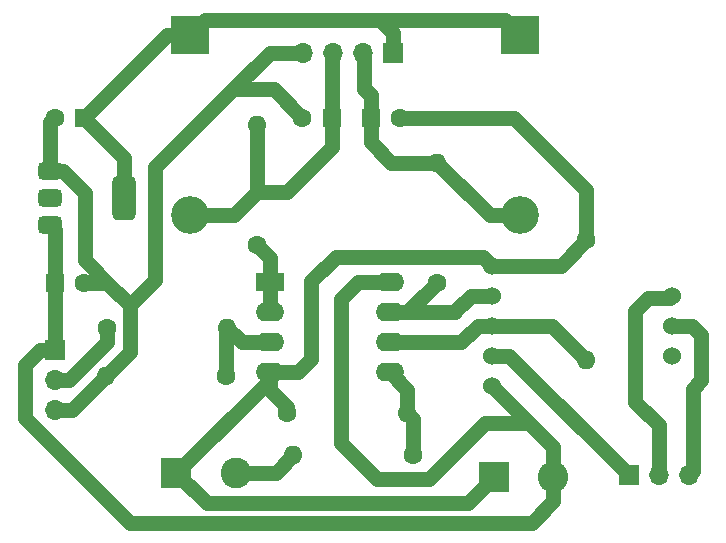
<source format=gbr>
%TF.GenerationSoftware,KiCad,Pcbnew,8.0.1*%
%TF.CreationDate,2024-09-12T19:59:52-03:00*%
%TF.ProjectId,monitor_solar_v2,6d6f6e69-746f-4725-9f73-6f6c61725f76,rev?*%
%TF.SameCoordinates,PX602d950PY4d2bdc0*%
%TF.FileFunction,Copper,L1,Top*%
%TF.FilePolarity,Positive*%
%FSLAX46Y46*%
G04 Gerber Fmt 4.6, Leading zero omitted, Abs format (unit mm)*
G04 Created by KiCad (PCBNEW 8.0.1) date 2024-09-12 19:59:52*
%MOMM*%
%LPD*%
G01*
G04 APERTURE LIST*
G04 Aperture macros list*
%AMRoundRect*
0 Rectangle with rounded corners*
0 $1 Rounding radius*
0 $2 $3 $4 $5 $6 $7 $8 $9 X,Y pos of 4 corners*
0 Add a 4 corners polygon primitive as box body*
4,1,4,$2,$3,$4,$5,$6,$7,$8,$9,$2,$3,0*
0 Add four circle primitives for the rounded corners*
1,1,$1+$1,$2,$3*
1,1,$1+$1,$4,$5*
1,1,$1+$1,$6,$7*
1,1,$1+$1,$8,$9*
0 Add four rect primitives between the rounded corners*
20,1,$1+$1,$2,$3,$4,$5,0*
20,1,$1+$1,$4,$5,$6,$7,0*
20,1,$1+$1,$6,$7,$8,$9,0*
20,1,$1+$1,$8,$9,$2,$3,0*%
G04 Aperture macros list end*
%TA.AperFunction,ComponentPad*%
%ADD10R,2.600000X2.600000*%
%TD*%
%TA.AperFunction,ComponentPad*%
%ADD11C,2.600000*%
%TD*%
%TA.AperFunction,ComponentPad*%
%ADD12C,1.600000*%
%TD*%
%TA.AperFunction,ComponentPad*%
%ADD13O,1.600000X1.600000*%
%TD*%
%TA.AperFunction,ComponentPad*%
%ADD14R,1.600000X1.600000*%
%TD*%
%TA.AperFunction,ComponentPad*%
%ADD15R,1.700000X1.700000*%
%TD*%
%TA.AperFunction,ComponentPad*%
%ADD16O,1.700000X1.700000*%
%TD*%
%TA.AperFunction,ComponentPad*%
%ADD17C,1.524000*%
%TD*%
%TA.AperFunction,ComponentPad*%
%ADD18R,3.200000X3.200000*%
%TD*%
%TA.AperFunction,ComponentPad*%
%ADD19O,3.200000X3.200000*%
%TD*%
%TA.AperFunction,SMDPad,CuDef*%
%ADD20RoundRect,0.375000X-0.625000X-0.375000X0.625000X-0.375000X0.625000X0.375000X-0.625000X0.375000X0*%
%TD*%
%TA.AperFunction,SMDPad,CuDef*%
%ADD21RoundRect,0.500000X-0.500000X-1.400000X0.500000X-1.400000X0.500000X1.400000X-0.500000X1.400000X0*%
%TD*%
%TA.AperFunction,ComponentPad*%
%ADD22R,2.400000X1.600000*%
%TD*%
%TA.AperFunction,ComponentPad*%
%ADD23O,2.400000X1.600000*%
%TD*%
%TA.AperFunction,Conductor*%
%ADD24C,1.270000*%
%TD*%
G04 APERTURE END LIST*
D10*
%TO.P,J3,1,Pin_1*%
%TO.N,GND*%
X41125000Y5420000D03*
D11*
%TO.P,J3,2,Pin_2*%
%TO.N,+5V*%
X46125000Y5420000D03*
%TD*%
D12*
%TO.P,R1,1*%
%TO.N,Vcurrent*%
X8370000Y18055000D03*
D13*
%TO.P,R1,2*%
%TO.N,Net-(U4A-+)*%
X18530000Y18055000D03*
%TD*%
D14*
%TO.P,C4,1*%
%TO.N,+5V*%
X3925000Y21865000D03*
D12*
%TO.P,C4,2*%
%TO.N,GND*%
X6425000Y21865000D03*
%TD*%
D15*
%TO.P,J5,1,Pin_1*%
%TO.N,POT_CS*%
X52505000Y5560000D03*
D16*
%TO.P,J5,2,Pin_2*%
%TO.N,STEP*%
X55045000Y5560000D03*
%TO.P,J5,3,Pin_3*%
%TO.N,DIR*%
X57585000Y5560000D03*
%TD*%
D12*
%TO.P,R3,1*%
%TO.N,Pot+*%
X36310000Y21865000D03*
D13*
%TO.P,R3,2*%
%TO.N,Net-(D1-A)*%
X36310000Y32025000D03*
%TD*%
D15*
%TO.P,J4,1,Pin_1*%
%TO.N,+3.3V*%
X32570000Y41320000D03*
D16*
%TO.P,J4,2,Pin_2*%
%TO.N,Net-(D1-A)*%
X30030000Y41320000D03*
%TO.P,J4,3,Pin_3*%
%TO.N,Net-(D2-A)*%
X27490000Y41320000D03*
%TO.P,J4,4,Pin_4*%
%TO.N,GND*%
X24950000Y41320000D03*
%TD*%
D14*
%TO.P,C5,1*%
%TO.N,+3.3V*%
X6400113Y35835000D03*
D12*
%TO.P,C5,2*%
%TO.N,GND*%
X3900113Y35835000D03*
%TD*%
%TO.P,R4,1*%
%TO.N,Vamp1*%
X21070000Y25040000D03*
D13*
%TO.P,R4,2*%
%TO.N,Net-(D2-A)*%
X21070000Y35200000D03*
%TD*%
D17*
%TO.P,U1,1,\u002AINC*%
%TO.N,STEP*%
X56205000Y20740000D03*
%TO.P,U1,2,U/\u002AD*%
%TO.N,DIR*%
X56205000Y18200000D03*
%TO.P,U1,3,VH/RH*%
%TO.N,unconnected-(U1-VH{slash}RH-Pad3)*%
X56205000Y15660000D03*
%TO.P,U1,4,VSS*%
%TO.N,GND*%
X40965000Y23280000D03*
%TO.P,U1,5,VW/RW*%
%TO.N,Pot+*%
X40965000Y20740000D03*
%TO.P,U1,6,VL/RL*%
%TO.N,Pot-*%
X40965000Y18200000D03*
%TO.P,U1,7,\u002ACS*%
%TO.N,POT_CS*%
X40965000Y15660000D03*
%TO.P,U1,8,VCC*%
%TO.N,+5V*%
X40965000Y13120000D03*
%TD*%
D18*
%TO.P,D2,1,K*%
%TO.N,+3.3V*%
X15355000Y42820000D03*
D19*
%TO.P,D2,2,A*%
%TO.N,Net-(D2-A)*%
X15355000Y27580000D03*
%TD*%
D18*
%TO.P,D1,1,K*%
%TO.N,+3.3V*%
X43295000Y42820000D03*
D19*
%TO.P,D1,2,A*%
%TO.N,Net-(D1-A)*%
X43295000Y27580000D03*
%TD*%
D12*
%TO.P,R11,1*%
%TO.N,Net-(U4B-+)*%
X34278000Y7260000D03*
D13*
%TO.P,R11,2*%
%TO.N,Vpanel*%
X24118000Y7260000D03*
%TD*%
D15*
%TO.P,J2,1,Pin_1*%
%TO.N,+5V*%
X3925000Y16150000D03*
D16*
%TO.P,J2,2,Pin_2*%
%TO.N,Vcurrent*%
X3925000Y13610000D03*
%TO.P,J2,3,Pin_3*%
%TO.N,GND*%
X3925000Y11070000D03*
%TD*%
D20*
%TO.P,U2,1,GND*%
%TO.N,GND*%
X3520000Y31360000D03*
%TO.P,U2,2,VO*%
%TO.N,+3.3V*%
X3520000Y29060000D03*
D21*
X9820000Y29060000D03*
D20*
%TO.P,U2,3,VI*%
%TO.N,+5V*%
X3520000Y26760000D03*
%TD*%
D12*
%TO.P,R9,1*%
%TO.N,GND*%
X48935000Y25450000D03*
D13*
%TO.P,R9,2*%
%TO.N,Pot-*%
X48935000Y15290000D03*
%TD*%
D14*
%TO.P,C1,1*%
%TO.N,Net-(D1-A)*%
X30659888Y35835000D03*
D12*
%TO.P,C1,2*%
%TO.N,GND*%
X33159888Y35835000D03*
%TD*%
D22*
%TO.P,U4,1*%
%TO.N,Vamp1*%
X22130000Y21880000D03*
D23*
%TO.P,U4,2,-*%
X22130000Y19340000D03*
%TO.P,U4,3,+*%
%TO.N,Net-(U4A-+)*%
X22130000Y16800000D03*
%TO.P,U4,4,V-*%
%TO.N,GND*%
X22130000Y14260000D03*
%TO.P,U4,5,+*%
%TO.N,Net-(U4B-+)*%
X32290000Y14260000D03*
%TO.P,U4,6,-*%
%TO.N,Pot-*%
X32290000Y16800000D03*
%TO.P,U4,7*%
%TO.N,Pot+*%
X32290000Y19340000D03*
%TO.P,U4,8,V+*%
%TO.N,+5V*%
X32290000Y21880000D03*
%TD*%
D12*
%TO.P,R2,1*%
%TO.N,Net-(U4A-+)*%
X18430000Y13980000D03*
D13*
%TO.P,R2,2*%
%TO.N,GND*%
X8270000Y13980000D03*
%TD*%
D14*
%TO.P,C2,1*%
%TO.N,Net-(D2-A)*%
X27355113Y35835000D03*
D12*
%TO.P,C2,2*%
%TO.N,GND*%
X24855113Y35835000D03*
%TD*%
%TO.P,R10,1*%
%TO.N,GND*%
X23610000Y10816000D03*
D13*
%TO.P,R10,2*%
%TO.N,Net-(U4B-+)*%
X33770000Y10816000D03*
%TD*%
D10*
%TO.P,J1,1,Pin_1*%
%TO.N,GND*%
X14225000Y5755000D03*
D11*
%TO.P,J1,2,Pin_2*%
%TO.N,Vpanel*%
X19225000Y5755000D03*
%TD*%
D24*
%TO.N,Net-(D1-A)*%
X30659888Y35835000D02*
X30659888Y33738112D01*
X32373000Y32025000D02*
X36310000Y32025000D01*
X30134000Y41216000D02*
X30134000Y38265888D01*
X30030000Y41320000D02*
X30134000Y41216000D01*
X30659888Y35835000D02*
X30659888Y37740000D01*
X30659888Y33738112D02*
X32373000Y32025000D01*
X30134000Y38265888D02*
X30659888Y37740000D01*
X40755000Y27580000D02*
X36310000Y32025000D01*
X43295000Y27580000D02*
X40755000Y27580000D01*
%TO.N,GND*%
X24514000Y14260000D02*
X25642000Y15388000D01*
X38901000Y3196000D02*
X41125000Y5420000D01*
X23610000Y11324000D02*
X23610000Y10816000D01*
X19038000Y38248000D02*
X22442113Y38248000D01*
X22110000Y41320000D02*
X19038000Y38248000D01*
X12434000Y31644000D02*
X19038000Y38248000D01*
X25642000Y21992000D02*
X27691999Y24041999D01*
X16784000Y3196000D02*
X38901000Y3196000D01*
X3520000Y31360000D02*
X3520000Y35454887D01*
X5360000Y11070000D02*
X8270000Y13980000D01*
X10275000Y19960000D02*
X12434000Y22119000D01*
X6465000Y29485000D02*
X6465000Y23770000D01*
X3520000Y35454887D02*
X3900113Y35835000D01*
X6465000Y23770000D02*
X8370000Y21865000D01*
X10275000Y19960000D02*
X8370000Y21865000D01*
X12434000Y22119000D02*
X12434000Y31644000D01*
X22130000Y12804000D02*
X23610000Y11324000D01*
X3925000Y11070000D02*
X5360000Y11070000D01*
X46765000Y23280000D02*
X40965000Y23280000D01*
X8370000Y21865000D02*
X6425000Y21865000D01*
X8270000Y13980000D02*
X10275000Y15985000D01*
X18270000Y9800000D02*
X14225000Y5755000D01*
X27691999Y24041999D02*
X40203001Y24041999D01*
X22130000Y14260000D02*
X24514000Y14260000D01*
X25642000Y15388000D02*
X25642000Y21992000D01*
X48935000Y25450000D02*
X46765000Y23280000D01*
X48935000Y29687000D02*
X42787000Y35835000D01*
X24950000Y41320000D02*
X22110000Y41320000D01*
X40203001Y24041999D02*
X40965000Y23280000D01*
X22130000Y14260000D02*
X22130000Y12804000D01*
X4590000Y31360000D02*
X6465000Y29485000D01*
X22130000Y13660000D02*
X14225000Y5755000D01*
X14225000Y5755000D02*
X16784000Y3196000D01*
X42787000Y35835000D02*
X33159888Y35835000D01*
X10275000Y15985000D02*
X10275000Y19960000D01*
X22442113Y38248000D02*
X24855113Y35835000D01*
X48935000Y25450000D02*
X48935000Y29687000D01*
X3520000Y31360000D02*
X4590000Y31360000D01*
X22130000Y14260000D02*
X22130000Y13660000D01*
%TO.N,Net-(D2-A)*%
X21070000Y29549887D02*
X19100113Y27580000D01*
X21070000Y35200000D02*
X21070000Y29549887D01*
X23547887Y29549887D02*
X21070000Y29549887D01*
X27355113Y35835000D02*
X27355113Y41185113D01*
X27355113Y35835000D02*
X27355113Y33357113D01*
X15355000Y27580000D02*
X19100113Y27580000D01*
X27355113Y33357113D02*
X23547887Y29549887D01*
X27355113Y41185113D02*
X27490000Y41320000D01*
%TO.N,+5V*%
X35618060Y5228000D02*
X31230000Y5228000D01*
X46125000Y3359000D02*
X46125000Y5420000D01*
X2655000Y16150000D02*
X1385000Y14880000D01*
X46125000Y7960000D02*
X44107500Y9977500D01*
X3925000Y21865000D02*
X3925000Y16150000D01*
X1385000Y14880000D02*
X1385000Y10435000D01*
X31230000Y5228000D02*
X28182000Y8276000D01*
X29594000Y21880000D02*
X32290000Y21880000D01*
X3925000Y26355000D02*
X3520000Y26760000D01*
X1385000Y10435000D02*
X10265000Y1555000D01*
X28182000Y8276000D02*
X28182000Y20468000D01*
X3925000Y21865000D02*
X3925000Y26355000D01*
X44321000Y1555000D02*
X46125000Y3359000D01*
X44107500Y9977500D02*
X40367560Y9977500D01*
X3925000Y16150000D02*
X2655000Y16150000D01*
X46125000Y5420000D02*
X46125000Y7960000D01*
X28182000Y20468000D02*
X29594000Y21880000D01*
X40367560Y9977500D02*
X35618060Y5228000D01*
X10265000Y1555000D02*
X44321000Y1555000D01*
X44107500Y9977500D02*
X40965000Y13120000D01*
%TO.N,+3.3V*%
X9820000Y29060000D02*
X9820000Y32415113D01*
X32570000Y41320000D02*
X32570000Y43004000D01*
X32570000Y43004000D02*
X31484000Y44090000D01*
X15355000Y42820000D02*
X16625000Y44090000D01*
X42025000Y44090000D02*
X43295000Y42820000D01*
X15355000Y42820000D02*
X13385113Y42820000D01*
X30595000Y44090000D02*
X42025000Y44090000D01*
X9820000Y32415113D02*
X6400113Y35835000D01*
X31484000Y44090000D02*
X30595000Y44090000D01*
X13385113Y42820000D02*
X6400113Y35835000D01*
X16625000Y44090000D02*
X30595000Y44090000D01*
%TO.N,Vpanel*%
X19225000Y5755000D02*
X22613000Y5755000D01*
X22613000Y5755000D02*
X24118000Y7260000D01*
%TO.N,Vcurrent*%
X5127081Y13610000D02*
X8370000Y16852919D01*
X3925000Y13610000D02*
X5127081Y13610000D01*
X8370000Y16852919D02*
X8370000Y18055000D01*
%TO.N,DIR*%
X57957500Y12878500D02*
X57957500Y5932500D01*
X57957500Y5932500D02*
X57585000Y5560000D01*
X58662000Y13583000D02*
X57957500Y12878500D01*
X58662000Y17420000D02*
X58662000Y13583000D01*
X56205000Y18200000D02*
X57882000Y18200000D01*
X57882000Y18200000D02*
X58662000Y17420000D01*
%TO.N,POT_CS*%
X42405000Y15660000D02*
X52505000Y5560000D01*
X40965000Y15660000D02*
X42405000Y15660000D01*
%TO.N,STEP*%
X55045000Y9800000D02*
X55045000Y5560000D01*
X53074000Y11771000D02*
X55045000Y9800000D01*
X53074000Y19452000D02*
X53074000Y11771000D01*
X54184500Y20562500D02*
X53074000Y19452000D01*
X56027500Y20562500D02*
X54184500Y20562500D01*
X56205000Y20740000D02*
X56027500Y20562500D01*
%TO.N,Net-(U4A-+)*%
X18430000Y17955000D02*
X18530000Y18055000D01*
X18430000Y13980000D02*
X18430000Y17955000D01*
X22130000Y16800000D02*
X19785000Y16800000D01*
X19785000Y16800000D02*
X18530000Y18055000D01*
%TO.N,Pot+*%
X37834000Y19452000D02*
X37834000Y19340000D01*
X40965000Y20740000D02*
X39122000Y20740000D01*
X36310000Y21865000D02*
X33785000Y19340000D01*
X39122000Y20740000D02*
X37834000Y19452000D01*
X37834000Y19340000D02*
X32290000Y19340000D01*
X33785000Y19340000D02*
X32290000Y19340000D01*
%TO.N,Vamp1*%
X22130000Y23980000D02*
X21070000Y25040000D01*
X22130000Y21880000D02*
X22130000Y19340000D01*
X22130000Y21880000D02*
X22130000Y23980000D01*
%TO.N,Pot-*%
X48935000Y15290000D02*
X46025000Y18200000D01*
X44438000Y18200000D02*
X39742000Y18200000D01*
X38342000Y16800000D02*
X32290000Y16800000D01*
X44438000Y18200000D02*
X40965000Y18200000D01*
X46025000Y18200000D02*
X44438000Y18200000D01*
X39742000Y18200000D02*
X38342000Y16800000D01*
%TO.N,Net-(U4B-+)*%
X33770000Y10816000D02*
X33770000Y12780000D01*
X34278000Y10308000D02*
X33770000Y10816000D01*
X34278000Y7260000D02*
X34278000Y10308000D01*
X33770000Y12780000D02*
X32290000Y14260000D01*
%TD*%
M02*

</source>
